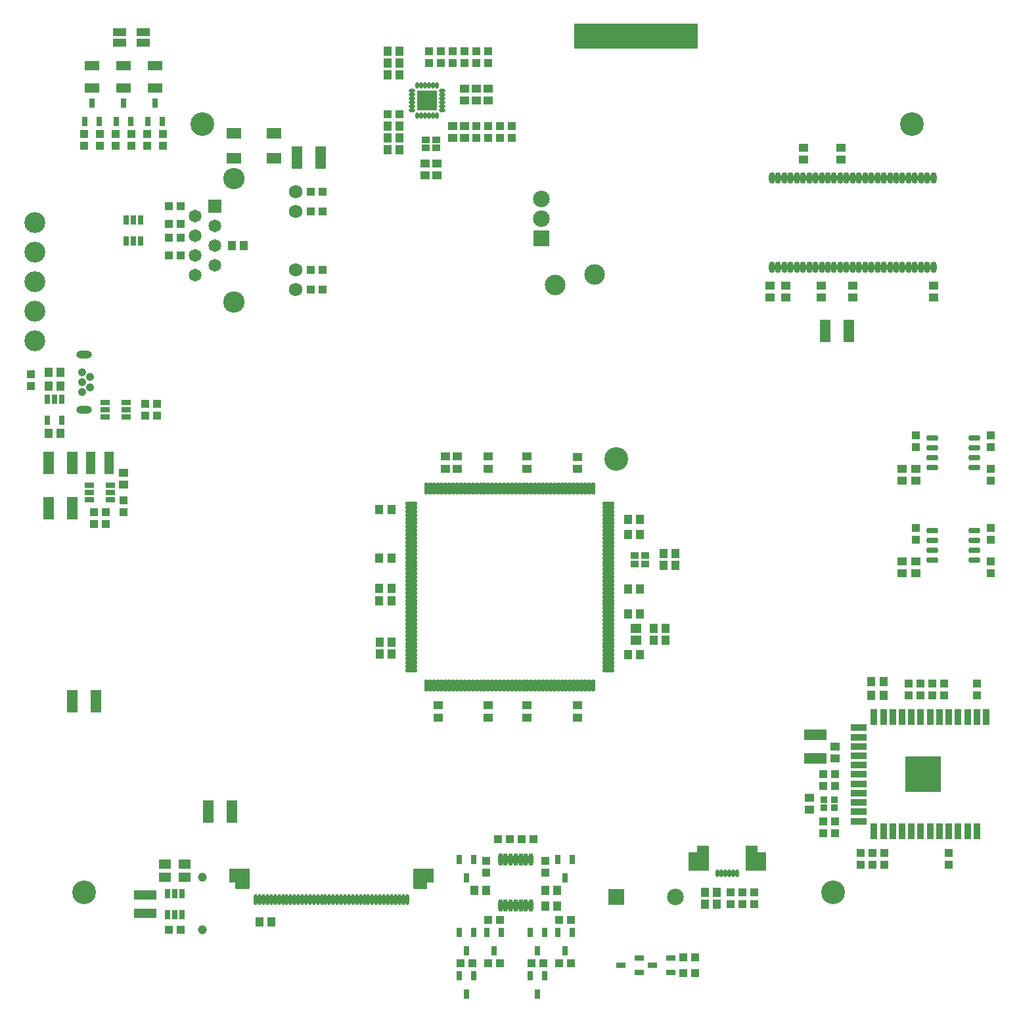
<source format=gts>
G04*
G04 #@! TF.GenerationSoftware,Altium Limited,Altium Designer,22.9.1 (49)*
G04*
G04 Layer_Color=8388736*
%FSLAX25Y25*%
%MOIN*%
G70*
G04*
G04 #@! TF.SameCoordinates,BD774D37-2A64-432E-85FC-E47F3F74055D*
G04*
G04*
G04 #@! TF.FilePolarity,Negative*
G04*
G01*
G75*
%ADD44R,0.62500X0.12500*%
%ADD45R,0.05521X0.11624*%
%ADD46R,0.04340X0.03947*%
%ADD47R,0.06506X0.04143*%
%ADD48R,0.07765X0.05482*%
%ADD49R,0.03947X0.03553*%
G04:AMPARAMS|DCode=50|XSize=29.62mil|YSize=63.09mil|CornerRadius=14.81mil|HoleSize=0mil|Usage=FLASHONLY|Rotation=270.000|XOffset=0mil|YOffset=0mil|HoleType=Round|Shape=RoundedRectangle|*
%AMROUNDEDRECTD50*
21,1,0.02962,0.03347,0,0,270.0*
21,1,0.00000,0.06309,0,0,270.0*
1,1,0.02962,-0.01673,0.00000*
1,1,0.02962,-0.01673,0.00000*
1,1,0.02962,0.01673,0.00000*
1,1,0.02962,0.01673,0.00000*
%
%ADD50ROUNDEDRECTD50*%
%ADD51C,0.12000*%
%ADD52C,0.04537*%
%ADD53R,0.04537X0.04439*%
%ADD54R,0.03750X0.03356*%
%ADD55R,0.04439X0.04537*%
G04:AMPARAMS|DCode=56|XSize=19.81mil|YSize=63.12mil|CornerRadius=9.91mil|HoleSize=0mil|Usage=FLASHONLY|Rotation=270.000|XOffset=0mil|YOffset=0mil|HoleType=Round|Shape=RoundedRectangle|*
%AMROUNDEDRECTD56*
21,1,0.01981,0.04331,0,0,270.0*
21,1,0.00000,0.06312,0,0,270.0*
1,1,0.01981,-0.02165,0.00000*
1,1,0.01981,-0.02165,0.00000*
1,1,0.01981,0.02165,0.00000*
1,1,0.01981,0.02165,0.00000*
%
%ADD56ROUNDEDRECTD56*%
G04:AMPARAMS|DCode=57|XSize=19.81mil|YSize=63.12mil|CornerRadius=9.91mil|HoleSize=0mil|Usage=FLASHONLY|Rotation=180.000|XOffset=0mil|YOffset=0mil|HoleType=Round|Shape=RoundedRectangle|*
%AMROUNDEDRECTD57*
21,1,0.01981,0.04331,0,0,180.0*
21,1,0.00000,0.06312,0,0,180.0*
1,1,0.01981,0.00000,0.02165*
1,1,0.01981,0.00000,0.02165*
1,1,0.01981,0.00000,-0.02165*
1,1,0.01981,0.00000,-0.02165*
%
%ADD57ROUNDEDRECTD57*%
%ADD58R,0.05521X0.04537*%
G04:AMPARAMS|DCode=59|XSize=31.65mil|YSize=57.24mil|CornerRadius=15.83mil|HoleSize=0mil|Usage=FLASHONLY|Rotation=180.000|XOffset=0mil|YOffset=0mil|HoleType=Round|Shape=RoundedRectangle|*
%AMROUNDEDRECTD59*
21,1,0.03165,0.02559,0,0,180.0*
21,1,0.00000,0.05724,0,0,180.0*
1,1,0.03165,0.00000,0.01280*
1,1,0.03165,0.00000,0.01280*
1,1,0.03165,0.00000,-0.01280*
1,1,0.03165,0.00000,-0.01280*
%
%ADD59ROUNDEDRECTD59*%
%ADD60R,0.03801X0.08002*%
%ADD61R,0.08002X0.03801*%
%ADD62R,0.17923X0.17923*%
%ADD63R,0.11624X0.05521*%
%ADD64R,0.03947X0.04340*%
G04:AMPARAMS|DCode=65|XSize=19.81mil|YSize=39.5mil|CornerRadius=9.91mil|HoleSize=0mil|Usage=FLASHONLY|Rotation=180.000|XOffset=0mil|YOffset=0mil|HoleType=Round|Shape=RoundedRectangle|*
%AMROUNDEDRECTD65*
21,1,0.01981,0.01968,0,0,180.0*
21,1,0.00000,0.03950,0,0,180.0*
1,1,0.01981,0.00000,0.00984*
1,1,0.01981,0.00000,0.00984*
1,1,0.01981,0.00000,-0.00984*
1,1,0.01981,0.00000,-0.00984*
%
%ADD65ROUNDEDRECTD65*%
%ADD66R,0.04737X0.04737*%
%ADD67R,0.04537X0.02962*%
%ADD68R,0.02962X0.04537*%
G04:AMPARAMS|DCode=69|XSize=25.72mil|YSize=63.12mil|CornerRadius=12.86mil|HoleSize=0mil|Usage=FLASHONLY|Rotation=0.000|XOffset=0mil|YOffset=0mil|HoleType=Round|Shape=RoundedRectangle|*
%AMROUNDEDRECTD69*
21,1,0.02572,0.03740,0,0,0.0*
21,1,0.00000,0.06312,0,0,0.0*
1,1,0.02572,0.00000,-0.01870*
1,1,0.02572,0.00000,-0.01870*
1,1,0.02572,0.00000,0.01870*
1,1,0.02572,0.00000,0.01870*
%
%ADD69ROUNDEDRECTD69*%
%ADD70R,0.06112X0.05128*%
%ADD71R,0.11230X0.04537*%
G04:AMPARAMS|DCode=72|XSize=19.81mil|YSize=55.24mil|CornerRadius=9.91mil|HoleSize=0mil|Usage=FLASHONLY|Rotation=180.000|XOffset=0mil|YOffset=0mil|HoleType=Round|Shape=RoundedRectangle|*
%AMROUNDEDRECTD72*
21,1,0.01981,0.03543,0,0,180.0*
21,1,0.00000,0.05524,0,0,180.0*
1,1,0.01981,0.00000,0.01772*
1,1,0.01981,0.00000,0.01772*
1,1,0.01981,0.00000,-0.01772*
1,1,0.01981,0.00000,-0.01772*
%
%ADD72ROUNDEDRECTD72*%
%ADD73R,0.07099X0.07099*%
%ADD74R,0.02962X0.04734*%
%ADD75R,0.04537X0.11230*%
G04:AMPARAMS|DCode=76|XSize=19.78mil|YSize=33.56mil|CornerRadius=9.89mil|HoleSize=0mil|Usage=FLASHONLY|Rotation=180.000|XOffset=0mil|YOffset=0mil|HoleType=Round|Shape=RoundedRectangle|*
%AMROUNDEDRECTD76*
21,1,0.01978,0.01378,0,0,180.0*
21,1,0.00000,0.03356,0,0,180.0*
1,1,0.01978,0.00000,0.00689*
1,1,0.01978,0.00000,0.00689*
1,1,0.01978,0.00000,-0.00689*
1,1,0.01978,0.00000,-0.00689*
%
%ADD76ROUNDEDRECTD76*%
G04:AMPARAMS|DCode=77|XSize=19.78mil|YSize=33.56mil|CornerRadius=9.89mil|HoleSize=0mil|Usage=FLASHONLY|Rotation=90.000|XOffset=0mil|YOffset=0mil|HoleType=Round|Shape=RoundedRectangle|*
%AMROUNDEDRECTD77*
21,1,0.01978,0.01378,0,0,90.0*
21,1,0.00000,0.03356,0,0,90.0*
1,1,0.01978,0.00689,0.00000*
1,1,0.01978,0.00689,0.00000*
1,1,0.01978,-0.00689,0.00000*
1,1,0.01978,-0.00689,0.00000*
%
%ADD77ROUNDEDRECTD77*%
%ADD78R,0.10443X0.10443*%
%ADD79R,0.07293X0.04734*%
%ADD80C,0.10443*%
%ADD81C,0.06899*%
%ADD82R,0.06506X0.06506*%
%ADD83C,0.06506*%
%ADD84C,0.00600*%
%ADD85C,0.10836*%
%ADD86O,0.07883X0.03947*%
%ADD87C,0.04143*%
%ADD88C,0.08474*%
%ADD89R,0.08474X0.08474*%
%ADD90C,0.10600*%
%ADD91C,0.02600*%
G36*
X121363Y-166374D02*
X121414Y-166384D01*
X121464Y-166401D01*
X121511Y-166424D01*
X121555Y-166453D01*
X121594Y-166488D01*
X121629Y-166527D01*
X121658Y-166571D01*
X121681Y-166618D01*
X121698Y-166667D01*
X121708Y-166719D01*
X121712Y-166771D01*
Y-169717D01*
X125641Y-169717D01*
X125694Y-169720D01*
X125745Y-169730D01*
X125795Y-169747D01*
X125842Y-169771D01*
X125885Y-169800D01*
X125925Y-169834D01*
X125959Y-169874D01*
X125988Y-169917D01*
X126012Y-169964D01*
X126029Y-170014D01*
X126039Y-170065D01*
X126042Y-170118D01*
Y-178779D01*
X126039Y-178832D01*
X126029Y-178883D01*
X126012Y-178932D01*
X125988Y-178980D01*
X125959Y-179023D01*
X125925Y-179063D01*
X125885Y-179097D01*
X125842Y-179126D01*
X125795Y-179149D01*
X125745Y-179166D01*
X125694Y-179177D01*
X125641Y-179180D01*
X116192D01*
X116140Y-179177D01*
X116089Y-179166D01*
X116039Y-179149D01*
X115992Y-179126D01*
X115948Y-179097D01*
X115909Y-179063D01*
X115875Y-179023D01*
X115845Y-178980D01*
X115822Y-178932D01*
X115805Y-178883D01*
X115795Y-178832D01*
X115792Y-178779D01*
Y-166771D01*
X115795Y-166719D01*
X115805Y-166667D01*
X115822Y-166618D01*
X115845Y-166571D01*
X115875Y-166527D01*
X115909Y-166488D01*
X115948Y-166453D01*
X115992Y-166424D01*
X116039Y-166401D01*
X116089Y-166384D01*
X116140Y-166374D01*
X116192Y-166370D01*
X121311Y-166370D01*
X121363Y-166374D01*
D02*
G37*
G36*
X96560D02*
X96611Y-166384D01*
X96661Y-166401D01*
X96708Y-166424D01*
X96751Y-166453D01*
X96791Y-166488D01*
X96825Y-166527D01*
X96855Y-166571D01*
X96878Y-166618D01*
X96895Y-166667D01*
X96905Y-166719D01*
X96908Y-166771D01*
Y-178779D01*
X96905Y-178832D01*
X96895Y-178883D01*
X96878Y-178932D01*
X96855Y-178980D01*
X96825Y-179023D01*
X96791Y-179063D01*
X96751Y-179097D01*
X96708Y-179126D01*
X96661Y-179149D01*
X96611Y-179166D01*
X96560Y-179177D01*
X96508Y-179180D01*
X87059Y-179180D01*
X87006Y-179177D01*
X86955Y-179166D01*
X86905Y-179149D01*
X86858Y-179126D01*
X86815Y-179097D01*
X86775Y-179063D01*
X86741Y-179023D01*
X86712Y-178980D01*
X86688Y-178932D01*
X86672Y-178883D01*
X86661Y-178832D01*
X86658Y-178779D01*
Y-170118D01*
X86661Y-170065D01*
X86672Y-170014D01*
X86688Y-169964D01*
X86712Y-169917D01*
X86741Y-169874D01*
X86775Y-169834D01*
X86815Y-169800D01*
X86858Y-169771D01*
X86905Y-169747D01*
X86955Y-169730D01*
X87006Y-169720D01*
X87059Y-169717D01*
X90988Y-169717D01*
Y-166771D01*
X90992Y-166719D01*
X91002Y-166667D01*
X91019Y-166618D01*
X91042Y-166571D01*
X91071Y-166527D01*
X91106Y-166488D01*
X91145Y-166453D01*
X91189Y-166424D01*
X91236Y-166401D01*
X91286Y-166384D01*
X91337Y-166374D01*
X91389Y-166370D01*
X96508D01*
X96560Y-166374D01*
D02*
G37*
G36*
X-43070Y-177994D02*
X-43018Y-178004D01*
X-42969Y-178021D01*
X-42922Y-178044D01*
X-42878Y-178073D01*
X-42839Y-178108D01*
X-42804Y-178147D01*
X-42775Y-178191D01*
X-42752Y-178238D01*
X-42735Y-178288D01*
X-42725Y-178339D01*
X-42721Y-178391D01*
Y-184691D01*
X-42725Y-184743D01*
X-42735Y-184794D01*
X-42752Y-184844D01*
X-42775Y-184891D01*
X-42804Y-184935D01*
X-42839Y-184974D01*
X-42878Y-185009D01*
X-42922Y-185038D01*
X-42969Y-185061D01*
X-43018Y-185078D01*
X-43070Y-185088D01*
X-43122Y-185091D01*
X-45871D01*
Y-187840D01*
X-45874Y-187892D01*
X-45884Y-187944D01*
X-45901Y-187994D01*
X-45924Y-188041D01*
X-45954Y-188084D01*
X-45988Y-188124D01*
X-46028Y-188158D01*
X-46071Y-188187D01*
X-46118Y-188210D01*
X-46168Y-188227D01*
X-46219Y-188238D01*
X-46272Y-188241D01*
X-52571D01*
X-52623Y-188238D01*
X-52675Y-188227D01*
X-52724Y-188210D01*
X-52771Y-188187D01*
X-52815Y-188158D01*
X-52854Y-188124D01*
X-52889Y-188084D01*
X-52918Y-188041D01*
X-52941Y-187994D01*
X-52958Y-187944D01*
X-52968Y-187892D01*
X-52972Y-187840D01*
Y-184691D01*
Y-178391D01*
X-52968Y-178339D01*
X-52958Y-178288D01*
X-52941Y-178238D01*
X-52918Y-178191D01*
X-52889Y-178147D01*
X-52854Y-178108D01*
X-52815Y-178073D01*
X-52771Y-178044D01*
X-52724Y-178021D01*
X-52675Y-178004D01*
X-52623Y-177994D01*
X-52571Y-177990D01*
X-43122D01*
X-43070Y-177994D01*
D02*
G37*
G36*
X-136377D02*
X-136325Y-178004D01*
X-136276Y-178021D01*
X-136229Y-178044D01*
X-136185Y-178073D01*
X-136146Y-178108D01*
X-136111Y-178147D01*
X-136082Y-178191D01*
X-136059Y-178238D01*
X-136042Y-178288D01*
X-136032Y-178339D01*
X-136028Y-178391D01*
Y-187840D01*
X-136032Y-187892D01*
X-136042Y-187944D01*
X-136059Y-187994D01*
X-136082Y-188041D01*
X-136111Y-188084D01*
X-136146Y-188124D01*
X-136185Y-188158D01*
X-136229Y-188187D01*
X-136276Y-188210D01*
X-136325Y-188227D01*
X-136377Y-188238D01*
X-136429Y-188241D01*
X-142728D01*
X-142781Y-188238D01*
X-142832Y-188227D01*
X-142882Y-188210D01*
X-142929Y-188187D01*
X-142972Y-188158D01*
X-143012Y-188124D01*
X-143046Y-188084D01*
X-143076Y-188041D01*
X-143099Y-187994D01*
X-143116Y-187944D01*
X-143126Y-187892D01*
X-143129Y-187840D01*
Y-185091D01*
X-145878D01*
X-145930Y-185088D01*
X-145982Y-185078D01*
X-146031Y-185061D01*
X-146078Y-185038D01*
X-146122Y-185009D01*
X-146161Y-184974D01*
X-146196Y-184935D01*
X-146225Y-184891D01*
X-146248Y-184844D01*
X-146265Y-184794D01*
X-146275Y-184743D01*
X-146279Y-184691D01*
Y-178391D01*
X-146275Y-178339D01*
X-146265Y-178288D01*
X-146248Y-178238D01*
X-146225Y-178191D01*
X-146196Y-178147D01*
X-146161Y-178108D01*
X-146122Y-178073D01*
X-146078Y-178044D01*
X-146031Y-178021D01*
X-145982Y-178004D01*
X-145930Y-177994D01*
X-145878Y-177990D01*
X-136429D01*
X-136377Y-177994D01*
D02*
G37*
D44*
X59944Y244544D02*
D03*
D45*
X155996Y95000D02*
D03*
X168004D02*
D03*
X-157004Y-149000D02*
D03*
X-144996D02*
D03*
X-213996Y-93000D02*
D03*
X-226004D02*
D03*
X-225996Y28000D02*
D03*
X-238004D02*
D03*
X-225996Y5000D02*
D03*
X-238004D02*
D03*
X-112004Y183000D02*
D03*
X-99996D02*
D03*
D46*
X174000Y-169949D02*
D03*
Y-176051D02*
D03*
X202000Y35949D02*
D03*
Y42051D02*
D03*
X240000Y35949D02*
D03*
Y42051D02*
D03*
Y25051D02*
D03*
Y18949D02*
D03*
Y-21949D02*
D03*
Y-28051D02*
D03*
Y-11051D02*
D03*
Y-4949D02*
D03*
X202000Y-11051D02*
D03*
Y-4949D02*
D03*
X198500Y-90051D02*
D03*
Y-83949D02*
D03*
X204500Y-90051D02*
D03*
Y-83949D02*
D03*
X210500Y-90051D02*
D03*
Y-83949D02*
D03*
X216500Y-90051D02*
D03*
Y-83949D02*
D03*
X232969D02*
D03*
Y-90051D02*
D03*
X180200Y-176051D02*
D03*
Y-169949D02*
D03*
X186200Y-176051D02*
D03*
Y-169949D02*
D03*
X218749Y-176051D02*
D03*
Y-169949D02*
D03*
X120000Y-189949D02*
D03*
Y-196051D02*
D03*
X114000Y-189949D02*
D03*
Y-196051D02*
D03*
X108000Y-189949D02*
D03*
Y-196051D02*
D03*
X14000Y-180051D02*
D03*
Y-173949D02*
D03*
X-16000D02*
D03*
Y-180051D02*
D03*
X-247000Y66949D02*
D03*
Y73051D02*
D03*
X-200000Y9051D02*
D03*
Y2949D02*
D03*
X-183000Y51949D02*
D03*
Y58051D02*
D03*
X-189000D02*
D03*
Y51949D02*
D03*
X-3000Y199051D02*
D03*
Y192949D02*
D03*
X-9000Y199051D02*
D03*
Y192949D02*
D03*
X-15000Y199051D02*
D03*
Y192949D02*
D03*
X-21000Y199051D02*
D03*
Y192949D02*
D03*
X-15000Y237051D02*
D03*
Y230949D02*
D03*
X-21000D02*
D03*
Y237051D02*
D03*
X-27000D02*
D03*
Y230949D02*
D03*
X-33000D02*
D03*
Y237051D02*
D03*
X-39000Y230949D02*
D03*
Y237051D02*
D03*
X-45000Y230949D02*
D03*
Y237051D02*
D03*
X-180000Y188949D02*
D03*
Y195051D02*
D03*
X-188000Y188949D02*
D03*
Y195051D02*
D03*
X-196000Y188949D02*
D03*
Y195051D02*
D03*
X-204000Y188949D02*
D03*
Y195051D02*
D03*
X-212000Y188949D02*
D03*
Y195051D02*
D03*
X-220000Y188949D02*
D03*
Y195051D02*
D03*
D47*
X-189898Y241244D02*
D03*
Y246756D02*
D03*
X-202102Y241244D02*
D03*
Y246756D02*
D03*
D48*
X-123500Y195417D02*
D03*
Y182583D02*
D03*
X-144000Y195417D02*
D03*
Y182583D02*
D03*
D49*
X64657Y-19138D02*
D03*
Y-23272D02*
D03*
X59342D02*
D03*
Y-19138D02*
D03*
X-46657Y192067D02*
D03*
Y187933D02*
D03*
X-41342D02*
D03*
Y192067D02*
D03*
D50*
X231728Y-21500D02*
D03*
Y-16500D02*
D03*
Y-11500D02*
D03*
Y-6500D02*
D03*
X210272Y-21500D02*
D03*
Y-16500D02*
D03*
Y-11500D02*
D03*
Y-6500D02*
D03*
Y40500D02*
D03*
Y35500D02*
D03*
Y30500D02*
D03*
Y25500D02*
D03*
X231728Y40500D02*
D03*
Y35500D02*
D03*
Y30500D02*
D03*
Y25500D02*
D03*
D51*
X50000Y30000D02*
D03*
X160000Y-190000D02*
D03*
X-220000D02*
D03*
X-160000Y200000D02*
D03*
X200000D02*
D03*
D52*
X-160000Y-182500D02*
D03*
Y-209000D02*
D03*
D53*
X-41000Y180100D02*
D03*
Y173900D02*
D03*
X-47000Y180100D02*
D03*
Y173900D02*
D03*
X-36480Y31201D02*
D03*
Y25000D02*
D03*
X-30543D02*
D03*
Y31201D02*
D03*
X-14827D02*
D03*
Y25000D02*
D03*
X4858Y31201D02*
D03*
Y25000D02*
D03*
X30449Y24900D02*
D03*
Y31100D02*
D03*
Y-101201D02*
D03*
Y-95000D02*
D03*
X4858Y-101201D02*
D03*
Y-95000D02*
D03*
X-14827Y-101201D02*
D03*
Y-95000D02*
D03*
X-40417Y-101201D02*
D03*
Y-95000D02*
D03*
X164000Y181900D02*
D03*
Y188100D02*
D03*
X145000Y181900D02*
D03*
Y188100D02*
D03*
X211000Y118100D02*
D03*
Y111900D02*
D03*
X170000Y118100D02*
D03*
Y111900D02*
D03*
X154000Y118100D02*
D03*
Y111900D02*
D03*
X136000Y118100D02*
D03*
Y111900D02*
D03*
X128000Y118100D02*
D03*
Y111900D02*
D03*
X202000Y25100D02*
D03*
Y18900D02*
D03*
X195000Y25100D02*
D03*
Y18900D02*
D03*
X202000Y-21900D02*
D03*
Y-28100D02*
D03*
X195000Y-21900D02*
D03*
Y-28100D02*
D03*
X161000Y-115900D02*
D03*
Y-122100D02*
D03*
X148000Y-148100D02*
D03*
Y-141900D02*
D03*
X-200000Y16900D02*
D03*
Y23100D02*
D03*
X-27000Y199100D02*
D03*
Y192900D02*
D03*
X-33000Y199100D02*
D03*
Y192900D02*
D03*
X-15000Y211900D02*
D03*
Y218100D02*
D03*
X-21000Y211900D02*
D03*
Y218100D02*
D03*
X-27000Y211900D02*
D03*
Y218100D02*
D03*
D54*
X155441Y-143032D02*
D03*
Y-146968D02*
D03*
X160559D02*
D03*
Y-143032D02*
D03*
D55*
X-63900Y-69000D02*
D03*
X-70100D02*
D03*
Y-63000D02*
D03*
X-63900D02*
D03*
X-70201Y-41890D02*
D03*
X-64000D02*
D03*
Y-35795D02*
D03*
X-70201D02*
D03*
Y-20236D02*
D03*
X-64000D02*
D03*
X-70201Y4386D02*
D03*
X-64000D02*
D03*
X62201Y-551D02*
D03*
X56000D02*
D03*
X62201Y-8425D02*
D03*
X56000D02*
D03*
X80100Y-18000D02*
D03*
X73900D02*
D03*
X80100Y-24000D02*
D03*
X73900D02*
D03*
X62201Y-36016D02*
D03*
X56000D02*
D03*
X62201Y-48764D02*
D03*
X56000D02*
D03*
X75100Y-56047D02*
D03*
X68900D02*
D03*
X75100Y-61953D02*
D03*
X68900D02*
D03*
X62201Y-69480D02*
D03*
X56000D02*
D03*
X185600Y-83000D02*
D03*
X179400D02*
D03*
X185600Y-90000D02*
D03*
X179400D02*
D03*
X101100Y-190000D02*
D03*
X94900D02*
D03*
Y-196000D02*
D03*
X101100D02*
D03*
X20100Y-189000D02*
D03*
X13900D02*
D03*
X20100Y-197000D02*
D03*
X13900D02*
D03*
X-22100Y-189000D02*
D03*
X-15900D02*
D03*
X-131100Y-205000D02*
D03*
X-124900D02*
D03*
X-231900Y67000D02*
D03*
X-238100D02*
D03*
X-231900Y74000D02*
D03*
X-238100D02*
D03*
X-231900Y43000D02*
D03*
X-238100D02*
D03*
X-59900Y237000D02*
D03*
X-66100D02*
D03*
X-59900Y231000D02*
D03*
X-66100D02*
D03*
X-59900Y225000D02*
D03*
X-66100D02*
D03*
Y198949D02*
D03*
X-59900D02*
D03*
Y192949D02*
D03*
X-66100D02*
D03*
X-59900Y187000D02*
D03*
X-66100D02*
D03*
X-145000Y138400D02*
D03*
X-138799D02*
D03*
D56*
X46000Y-75354D02*
D03*
Y-12362D02*
D03*
Y-10394D02*
D03*
X-54000Y7323D02*
D03*
Y-75354D02*
D03*
Y-73386D02*
D03*
Y-71417D02*
D03*
Y-69449D02*
D03*
Y-67480D02*
D03*
Y-65512D02*
D03*
Y-63543D02*
D03*
Y-61575D02*
D03*
Y-59606D02*
D03*
Y-57638D02*
D03*
Y-55669D02*
D03*
Y-53701D02*
D03*
Y-51732D02*
D03*
Y-49764D02*
D03*
Y-47795D02*
D03*
Y-45827D02*
D03*
Y-43858D02*
D03*
Y-41890D02*
D03*
Y-39921D02*
D03*
Y-37953D02*
D03*
Y-35984D02*
D03*
Y-34016D02*
D03*
Y-32047D02*
D03*
Y-30079D02*
D03*
Y-28110D02*
D03*
Y-26142D02*
D03*
Y-24173D02*
D03*
Y-22205D02*
D03*
Y-20236D02*
D03*
Y-18268D02*
D03*
Y-16299D02*
D03*
Y-14331D02*
D03*
Y-12362D02*
D03*
Y-10394D02*
D03*
Y-8425D02*
D03*
Y-6457D02*
D03*
Y-4488D02*
D03*
Y-2520D02*
D03*
Y-551D02*
D03*
Y1417D02*
D03*
Y3386D02*
D03*
Y5354D02*
D03*
X46000Y7323D02*
D03*
Y5354D02*
D03*
Y3386D02*
D03*
Y1417D02*
D03*
Y-551D02*
D03*
Y-2520D02*
D03*
Y-4488D02*
D03*
Y-6457D02*
D03*
Y-8425D02*
D03*
Y-14331D02*
D03*
Y-16299D02*
D03*
Y-18268D02*
D03*
Y-20236D02*
D03*
Y-22205D02*
D03*
Y-24173D02*
D03*
Y-26142D02*
D03*
Y-28110D02*
D03*
Y-30079D02*
D03*
Y-32047D02*
D03*
Y-34016D02*
D03*
Y-35984D02*
D03*
Y-37953D02*
D03*
Y-39921D02*
D03*
Y-41890D02*
D03*
Y-43858D02*
D03*
Y-45827D02*
D03*
Y-47795D02*
D03*
Y-49764D02*
D03*
Y-51732D02*
D03*
Y-53701D02*
D03*
Y-55669D02*
D03*
Y-57638D02*
D03*
Y-59606D02*
D03*
Y-61575D02*
D03*
Y-63543D02*
D03*
Y-65512D02*
D03*
Y-67480D02*
D03*
Y-69449D02*
D03*
Y-71417D02*
D03*
Y-73386D02*
D03*
Y-77323D02*
D03*
X-54000D02*
D03*
D57*
X-1047Y-85000D02*
D03*
X12732Y15000D02*
D03*
X38323Y-85000D02*
D03*
X36354D02*
D03*
X34386D02*
D03*
X32417D02*
D03*
X30449D02*
D03*
X28480D02*
D03*
X26512D02*
D03*
X24543D02*
D03*
X22575D02*
D03*
X20606D02*
D03*
X18638D02*
D03*
X16669D02*
D03*
X14701D02*
D03*
X12732D02*
D03*
X10764D02*
D03*
X8795D02*
D03*
X6827D02*
D03*
X4858D02*
D03*
X2890D02*
D03*
X921D02*
D03*
X-3016D02*
D03*
X-4984D02*
D03*
X-6953D02*
D03*
X-8921D02*
D03*
X-10890D02*
D03*
X-12858D02*
D03*
X-14827D02*
D03*
X-16795D02*
D03*
X-18764D02*
D03*
X-20732D02*
D03*
X-22701D02*
D03*
X-24669D02*
D03*
X-26638D02*
D03*
X-28606D02*
D03*
X-30575D02*
D03*
X-32543D02*
D03*
X-34512D02*
D03*
X-36480D02*
D03*
X-38449D02*
D03*
X-40417D02*
D03*
X-42386D02*
D03*
X-44354D02*
D03*
X-46323D02*
D03*
Y15000D02*
D03*
X-44354D02*
D03*
X-42386D02*
D03*
X-40417D02*
D03*
X-38449D02*
D03*
X-36480D02*
D03*
X-34512D02*
D03*
X-32543D02*
D03*
X-30575D02*
D03*
X-28606D02*
D03*
X-26638D02*
D03*
X-24669D02*
D03*
X-22701D02*
D03*
X-20732D02*
D03*
X-18764D02*
D03*
X-16795D02*
D03*
X-14827D02*
D03*
X-12858D02*
D03*
X-10890D02*
D03*
X-8921D02*
D03*
X-6953D02*
D03*
X-4984D02*
D03*
X-3016D02*
D03*
X-1047D02*
D03*
X921D02*
D03*
X2890D02*
D03*
X4858D02*
D03*
X6827D02*
D03*
X8795D02*
D03*
X10764D02*
D03*
X14701D02*
D03*
X16669D02*
D03*
X18638D02*
D03*
X20606D02*
D03*
X22575D02*
D03*
X24543D02*
D03*
X26512D02*
D03*
X28480D02*
D03*
X30449D02*
D03*
X32417D02*
D03*
X34386D02*
D03*
X36354D02*
D03*
X38323D02*
D03*
D58*
X60000Y-56094D02*
D03*
Y-62000D02*
D03*
D59*
X210945Y172638D02*
D03*
X207795D02*
D03*
X204646D02*
D03*
X201496D02*
D03*
X198346D02*
D03*
X195197D02*
D03*
X192047D02*
D03*
X188898D02*
D03*
X185748D02*
D03*
X182598D02*
D03*
X179449D02*
D03*
X176299D02*
D03*
X173150D02*
D03*
X170000D02*
D03*
X166850D02*
D03*
X163701D02*
D03*
X160551D02*
D03*
X157402D02*
D03*
X154252D02*
D03*
X151102D02*
D03*
X147953D02*
D03*
X144803D02*
D03*
X141654D02*
D03*
X138504D02*
D03*
X135354D02*
D03*
X132205D02*
D03*
X129055D02*
D03*
X210945Y127362D02*
D03*
X207795D02*
D03*
X204646D02*
D03*
X201496D02*
D03*
X198346D02*
D03*
X195197D02*
D03*
X192047D02*
D03*
X188898D02*
D03*
X185748D02*
D03*
X182598D02*
D03*
X179449D02*
D03*
X176299D02*
D03*
X173150D02*
D03*
X170000D02*
D03*
X166850D02*
D03*
X163701D02*
D03*
X160551D02*
D03*
X157402D02*
D03*
X154252D02*
D03*
X151102D02*
D03*
X147953D02*
D03*
X144803D02*
D03*
X141654D02*
D03*
X138504D02*
D03*
X135354D02*
D03*
X132205D02*
D03*
X129055D02*
D03*
D60*
X232969Y-159189D02*
D03*
X228229D02*
D03*
X223489D02*
D03*
X214009D02*
D03*
X209268D02*
D03*
X204528D02*
D03*
X199788D02*
D03*
X195048D02*
D03*
X190308D02*
D03*
X237709Y-101189D02*
D03*
X228229D02*
D03*
X223489D02*
D03*
X218749D02*
D03*
X214009D02*
D03*
X195048D02*
D03*
X190308D02*
D03*
X185568D02*
D03*
X180828D02*
D03*
X199788D02*
D03*
X204528D02*
D03*
X218749Y-159189D02*
D03*
X185568D02*
D03*
X180828D02*
D03*
X209268Y-101189D02*
D03*
X232969D02*
D03*
D61*
X173013Y-144407D02*
D03*
Y-139667D02*
D03*
Y-134927D02*
D03*
Y-125447D02*
D03*
Y-120707D02*
D03*
Y-115966D02*
D03*
Y-111226D02*
D03*
Y-106486D02*
D03*
Y-153888D02*
D03*
Y-149148D02*
D03*
Y-130187D02*
D03*
D62*
X205800Y-130000D02*
D03*
D63*
X151000Y-122004D02*
D03*
Y-109996D02*
D03*
D64*
X154949Y-130000D02*
D03*
X161051D02*
D03*
X154949Y-136000D02*
D03*
X161051D02*
D03*
X154949Y-154000D02*
D03*
X161051D02*
D03*
X154949Y-160000D02*
D03*
X161051D02*
D03*
X90051Y-223000D02*
D03*
X83949D02*
D03*
X90051Y-231000D02*
D03*
X83949D02*
D03*
X6949Y-226000D02*
D03*
X13051D02*
D03*
X20949D02*
D03*
X27051D02*
D03*
X-15051D02*
D03*
X-8949D02*
D03*
X-29051D02*
D03*
X-22949D02*
D03*
X-15051Y-204000D02*
D03*
X-8949D02*
D03*
X1949Y-163000D02*
D03*
X8051D02*
D03*
X-10051D02*
D03*
X-3949D02*
D03*
X20949Y-204000D02*
D03*
X27051D02*
D03*
X-177051Y-209000D02*
D03*
X-170949D02*
D03*
X-208949Y3000D02*
D03*
X-215051D02*
D03*
Y-3000D02*
D03*
X-208949D02*
D03*
X-59949Y205000D02*
D03*
X-66051D02*
D03*
X-171000Y158400D02*
D03*
X-177102D02*
D03*
X-171000Y149400D02*
D03*
X-177102D02*
D03*
X-171000Y142400D02*
D03*
X-177102D02*
D03*
X-171000Y133400D02*
D03*
X-177102D02*
D03*
X-105000Y116000D02*
D03*
X-98898D02*
D03*
X-105000Y126000D02*
D03*
X-98898D02*
D03*
X-105000Y155800D02*
D03*
X-98898D02*
D03*
X-105000Y165800D02*
D03*
X-98898D02*
D03*
D65*
X103397Y-180354D02*
D03*
X109303D02*
D03*
X111271D02*
D03*
X107334D02*
D03*
X105366D02*
D03*
X101429D02*
D03*
D66*
X92041Y-173870D02*
D03*
X120659D02*
D03*
D67*
X77724Y-230740D02*
D03*
Y-223260D02*
D03*
X68276Y-227000D02*
D03*
X61724Y-230740D02*
D03*
X52276Y-227000D02*
D03*
X61724Y-223260D02*
D03*
X-206685Y16740D02*
D03*
Y13000D02*
D03*
Y9260D02*
D03*
X-217315D02*
D03*
Y13000D02*
D03*
Y16740D02*
D03*
X-209315Y58740D02*
D03*
Y55000D02*
D03*
Y51260D02*
D03*
X-198685D02*
D03*
Y55000D02*
D03*
Y58740D02*
D03*
D68*
X24000Y-219724D02*
D03*
X20260Y-210276D02*
D03*
X27740D02*
D03*
X10000Y-219724D02*
D03*
X6260Y-210276D02*
D03*
X13740D02*
D03*
X10000Y-241724D02*
D03*
X6260Y-232276D02*
D03*
X13740D02*
D03*
X-12000Y-219724D02*
D03*
X-15740Y-210276D02*
D03*
X-8260D02*
D03*
X-26000Y-219724D02*
D03*
X-29740Y-210276D02*
D03*
X-22260D02*
D03*
X-26000Y-241724D02*
D03*
X-29740Y-232276D02*
D03*
X-22260D02*
D03*
X24000Y-182724D02*
D03*
X20260Y-173276D02*
D03*
X27740D02*
D03*
X-22260D02*
D03*
X-29740D02*
D03*
X-26000Y-182724D02*
D03*
X-177740Y-201315D02*
D03*
X-174000D02*
D03*
X-170260D02*
D03*
Y-190685D02*
D03*
X-174000D02*
D03*
X-177740D02*
D03*
X-198740Y140685D02*
D03*
X-195000D02*
D03*
X-191260D02*
D03*
Y151315D02*
D03*
X-195000D02*
D03*
X-198740D02*
D03*
X-203740Y201276D02*
D03*
X-196260D02*
D03*
X-200000Y210724D02*
D03*
X-187740Y201276D02*
D03*
X-180260D02*
D03*
X-184000Y210724D02*
D03*
X-219740Y201276D02*
D03*
X-212260D02*
D03*
X-216000Y210724D02*
D03*
D69*
X6677Y-173386D02*
D03*
X4118D02*
D03*
X1559D02*
D03*
X-1000D02*
D03*
X-3559D02*
D03*
X-6118D02*
D03*
X-8677D02*
D03*
X6677Y-196614D02*
D03*
X4118D02*
D03*
X1559D02*
D03*
X-1000D02*
D03*
X-3559D02*
D03*
X-6118D02*
D03*
X-8677D02*
D03*
D70*
X-169000Y-175555D02*
D03*
Y-182445D02*
D03*
X-179000Y-175555D02*
D03*
Y-182445D02*
D03*
D71*
X-189000Y-191276D02*
D03*
Y-200724D02*
D03*
D72*
X-56114Y-193746D02*
D03*
X-58083D02*
D03*
X-60051D02*
D03*
X-62020D02*
D03*
X-63988D02*
D03*
X-65957D02*
D03*
X-67925D02*
D03*
X-69894D02*
D03*
X-71862D02*
D03*
X-73831D02*
D03*
X-75799D02*
D03*
X-77768D02*
D03*
X-79736D02*
D03*
X-81705D02*
D03*
X-83673D02*
D03*
X-85642D02*
D03*
X-87610D02*
D03*
X-89579D02*
D03*
X-91547D02*
D03*
X-93516D02*
D03*
X-95484D02*
D03*
X-97453D02*
D03*
X-99421D02*
D03*
X-101390D02*
D03*
X-103358D02*
D03*
X-105327D02*
D03*
X-107295D02*
D03*
X-109264D02*
D03*
X-111232D02*
D03*
X-113201D02*
D03*
X-115169D02*
D03*
X-117138D02*
D03*
X-119106D02*
D03*
X-121075D02*
D03*
X-123043D02*
D03*
X-125012D02*
D03*
X-126980D02*
D03*
X-128949D02*
D03*
X-130917D02*
D03*
X-132886D02*
D03*
D73*
X-49421Y-181541D02*
D03*
X-139579D02*
D03*
D74*
X-231260Y60413D02*
D03*
X-235000D02*
D03*
X-238740D02*
D03*
Y49587D02*
D03*
X-231260D02*
D03*
D75*
X-207276Y28000D02*
D03*
X-216724D02*
D03*
D76*
X-50921Y204323D02*
D03*
X-48953D02*
D03*
X-46984D02*
D03*
X-45016D02*
D03*
X-43047D02*
D03*
X-41079D02*
D03*
Y219677D02*
D03*
X-43047D02*
D03*
X-45016D02*
D03*
X-46984D02*
D03*
X-48953D02*
D03*
X-50921D02*
D03*
D77*
X-38323Y207079D02*
D03*
Y209047D02*
D03*
Y211016D02*
D03*
Y212984D02*
D03*
Y214953D02*
D03*
Y216921D02*
D03*
X-53677D02*
D03*
Y214953D02*
D03*
Y212984D02*
D03*
Y211016D02*
D03*
Y209047D02*
D03*
Y207079D02*
D03*
D78*
X-46000Y212000D02*
D03*
D79*
X-184000Y218390D02*
D03*
Y229610D02*
D03*
X-200000Y218390D02*
D03*
Y229610D02*
D03*
X-216000Y218390D02*
D03*
Y229610D02*
D03*
D80*
X39039Y123756D02*
D03*
X18961Y118244D02*
D03*
D81*
X-112500Y126000D02*
D03*
Y165800D02*
D03*
Y116000D02*
D03*
Y155800D02*
D03*
D82*
X-153700Y158400D02*
D03*
D83*
X-163700Y153400D02*
D03*
X-153700Y148400D02*
D03*
X-163700Y143400D02*
D03*
X-153700Y138400D02*
D03*
X-163700Y133400D02*
D03*
X-153700Y128400D02*
D03*
X-163700Y123400D02*
D03*
D84*
X-128700Y163400D02*
D03*
Y118400D02*
D03*
X-237200Y234900D02*
D03*
X237200D02*
D03*
Y-234900D02*
D03*
X-237200D02*
D03*
D85*
X-144000Y172200D02*
D03*
Y109600D02*
D03*
D86*
X-220000Y83075D02*
D03*
Y54925D02*
D03*
D87*
X-220866Y74118D02*
D03*
X-216929Y71559D02*
D03*
X-220866Y69000D02*
D03*
X-216929Y66441D02*
D03*
X-220866Y63882D02*
D03*
D88*
X12000Y162000D02*
D03*
Y152000D02*
D03*
X79961Y-192400D02*
D03*
D89*
X12000Y142000D02*
D03*
X50039Y-192400D02*
D03*
D90*
X-245000Y90000D02*
D03*
Y105000D02*
D03*
Y120000D02*
D03*
Y135000D02*
D03*
Y150000D02*
D03*
D91*
X-42850Y208850D02*
D03*
Y215150D02*
D03*
X-49150D02*
D03*
Y208850D02*
D03*
X-46000Y212000D02*
D03*
M02*

</source>
